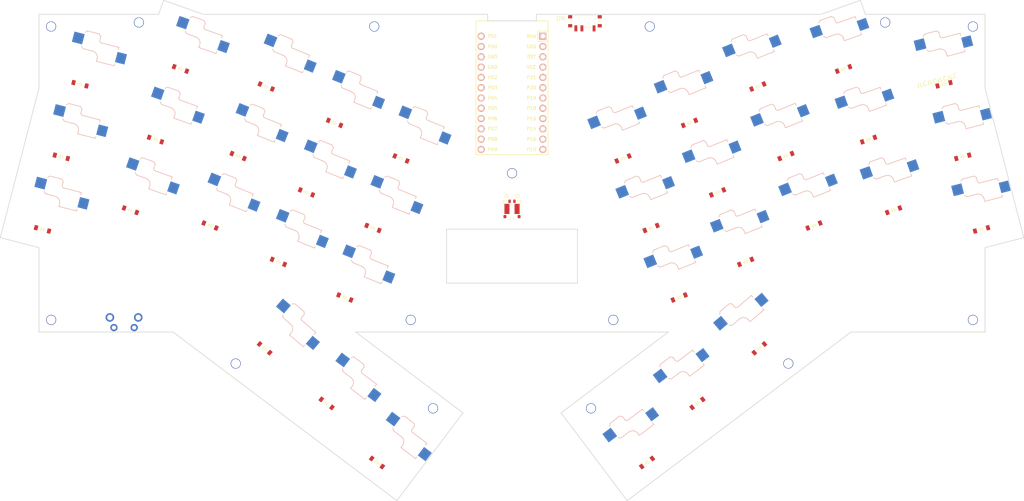
<source format=kicad_pcb>
(kicad_pcb (version 20240108) (generator "pcbnew") (generator_version "8.0")
  (title_block (title "Alias") (rev "v1.0.0") (company "Unknown"))
  (layers (0 "F.Cu" signal) (31 "B.Cu" signal) (34 "B.Paste" user) (35 "F.Paste" user) (36 "B.SilkS" user "B.Silkscreen") (37 "F.SilkS" user "F.Silkscreen") (38 "B.Mask" user) (39 "F.Mask" user) (44 "Edge.Cuts" user))
  (net 0 "")
  (net 1 "RAW")
  (net 2 "GND")
  (net 3 "RST")
  (net 4 "VCC")
  (net 5 "R0")
  (net 6 "R1")
  (net 7 "R2")
  (net 8 "R3")
  (net 9 "R4")
  (net 10 "R5")
  (net 11 "R6")
  (net 12 "R7")
  (net 13 "P1")
  (net 14 "P0")
  (net 15 "C0")
  (net 16 "C1")
  (net 17 "C2")
  (net 18 "C3")
  (net 19 "C4")
  (net 20 "P7")
  (net 21 "P8")
  (net 22 "P9")
  (net 23 "pinky_bottom")
  (net 24 "pinky_home")
  (net 25 "pinky_top")
  (net 26 "ring_bottom")
  (net 27 "ring_home")
  (net 28 "ring_top")
  (net 29 "middle_bottom")
  (net 30 "middle_home")
  (net 31 "middle_top")
  (net 32 "index_bottom")
  (net 33 "index_home")
  (net 34 "index_top")
  (net 35 "inner_bottom")
  (net 36 "inner_home")
  (net 37 "inner_top")
  (net 38 "mirror_pinky_bottom")
  (net 39 "mirror_pinky_home")
  (net 40 "mirror_pinky_top")
  (net 41 "mirror_ring_bottom")
  (net 42 "mirror_ring_home")
  (net 43 "mirror_ring_top")
  (net 44 "mirror_middle_bottom")
  (net 45 "mirror_middle_home")
  (net 46 "mirror_middle_top")
  (net 47 "mirror_index_bottom")
  (net 48 "mirror_index_home")
  (net 49 "mirror_index_top")
  (net 50 "mirror_inner_bottom")
  (net 51 "mirror_inner_home")
  (net 52 "mirror_inner_top")
  (net 53 "flexion_cluster")
  (net 54 "base_cluster")
  (net 55 "extension_cluster")
  (net 56 "mirror_flexion_cluster")
  (net 57 "mirror_base_cluster")
  (net 58 "mirror_extension_cluster")
  (net 59 "BAT_P")
  (footprint "mounting_hole" (layer "F.Cu") (at 239.626054 127.175052)
    (property "Reference" "H11" (hide yes))
    (property "Value" "")
    (pad "" thru_hole circle (at 0 0 180) (size 2.46 2.46) (drill 2.2) (layers "*.Cu" "*.Mask"))
  )
  (footprint "ComboDiode" (layer "F.Cu") (at 156.965531 112.858667 -22)
    (property "Reference" "D10" (hide yes))
    (property "Value" "")
    (pad "1" smd rect (at -1.65 0 338) (size 0.9 1.2) (layers "F.Cu" "F.Paste" "F.Mask") (net 7 "R2"))
    (pad "2" smd rect (at 1.65 0 338) (size 0.9 1.2) (layers "F.Cu" "F.Paste" "F.Mask") (net 32 "index_bottom"))
  )
  (footprint "conn_molex_pico_ezmate_1x02" (layer "F.Cu") (at 214.626054 99.789052)
    (property "Reference" "CONN1" (hide yes))
    (property "Value" "")
    (pad "1" smd roundrect (at -0.6 -1.875) (size 0.6 0.85) (layers "F.Cu" "F.Paste" "F.Mask") (net 59 "BAT_P"))
    (pad "2" smd roundrect (at 0.6 -1.875) (size 0.6 0.85) (layers "F.Cu" "F.Paste" "F.Mask") (net 2 "GND"))
    (pad "MP" smd roundrect (at -1.75 1.9) (size 0.7 0.8) (layers "F.Cu" "F.Paste" "F.Mask"))
    (pad "MP" smd roundrect (at 1.75 1.9) (size 0.7 0.8) (layers "F.Cu" "F.Paste" "F.Mask"))
  )
  (footprint "mounting_hole" (layer "F.Cu") (at 214.626054 90.969052)
    (property "Reference" "H7" (hide yes))
    (property "Value" "")
    (pad "" thru_hole circle (at 0 0 180) (size 2.46 2.46) (drill 2.2) (layers "*.Cu" "*.Mask"))
  )
  (footprint "mounting_hole" (layer "F.Cu") (at 328.376054 127.175052)
    (property "Reference" "H6" (hide yes))
    (property "Value" "")
    (pad "" thru_hole circle (at 0 0 180) (size 2.46 2.46) (drill 2.2) (layers "*.Cu" "*.Mask"))
  )
  (footprint "ComboDiode" (layer "F.Cu") (at 265.356354 95.705766 22)
    (property "Reference" "D26" (hide yes))
    (property "Value" "")
    (pad "1" smd rect (at -1.65 0 22) (size 0.9 1.2) (layers "F.Cu" "F.Paste" "F.Mask") (net 10 "R5"))
    (pad "2" smd rect (at 1.65 0 22) (size 0.9 1.2) (layers "F.Cu" "F.Paste" "F.Mask") (net 48 "mirror_index_home"))
  )
  (footprint "ComboDiode" (layer "F.Cu") (at 275.672752 134.20354 40.5)
    (property "Reference" "D34" (hide yes))
    (property "Value" "")
    (pad "1" smd rect (at -1.65 0 40.5) (size 0.9 1.2) (layers "F.Cu" "F.Paste" "F.Mask") (net 12 "R7"))
    (pad "2" smd rect (at 1.65 0 40.5) (size 0.9 1.2) (layers "F.Cu" "F.Paste" "F.Mask") (net 56 "mirror_flexion_cluster"))
  )
  (footprint "mounting_hole" (layer "F.Cu") (at 100.876054 54.769052)
    (property "Reference" "H2" (hide yes))
    (property "Value" "")
    (pad "" thru_hole circle (at 0 0 180) (size 2.46 2.46) (drill 2.2) (layers "*.Cu" "*.Mask"))
  )
  (footprint "ComboDiode" (layer "F.Cu") (at 173.369219 121.643257 -22)
    (property "Reference" "D13" (hide yes))
    (property "Value" "")
    (pad "1" smd rect (at -1.65 0 338) (size 0.9 1.2) (layers "F.Cu" "F.Paste" "F.Mask") (net 7 "R2"))
    (pad "2" smd rect (at 1.65 0 338) (size 0.9 1.2) (layers "F.Cu" "F.Paste" "F.Mask") (net 35 "inner_bottom"))
  )
  (footprint "power_switch" (layer "F.Cu") (at 232.626054 53.494252 90)
    (property "Reference" "SW1" (hide yes))
    (property "Value" "")
    (pad "" smd rect (at -1.085 -3.65 180) (size 1 0.8) (layers "F.Cu" "F.Paste" "F.Mask"))
    (pad "" smd rect (at -1.085 3.65 180) (size 1 0.8) (layers "F.Cu" "F.Paste" "F.Mask"))
    (pad "" np_thru_hole circle (at 0.025 -1.5 180) (size 0.9 0.9) (drill 0.9) (layers "*.Cu" "*.Mask"))
    (pad "" np_thru_hole circle (at 0.025 1.5 180) (size 0.9 0.9) (drill 0.9) (layers "*.Cu" "*.Mask"))
    (pad "" smd rect (at 1.125 -3.65 180) (size 1 0.8) (layers "F.Cu" "F.Paste" "F.Mask"))
    (pad "" smd rect (at 1.125 3.65 180) (size 1 0.8) (layers "F.Cu" "F.Paste" "F.Mask"))
    (pad "1" smd rect (at -1.735 2.25 180) (size 0.7 1.5) (layers "F.Cu" "F.Paste" "F.Mask"))
    (pad "2" smd rect (at -1.735 -0.75 180) (size 0.7 1.5) (layers "F.Cu" "F.Paste" "F.Mask") (net 1 "RAW"))
    (pad "3" smd rect (at -1.735 -2.25 180) (size 0.7 1.5) (layers "F.Cu" "F.Paste" "F.Mask") (net 59 "BAT_P"))
  )
  (footprint "ComboDiode" (layer "F.Cu") (at 296.453254 65.238114 19.5)
    (property "Reference" "D21" (hide yes))
    (property "Value" "")
    (pad "1" smd rect (at -1.649999 0 19.5) (size 0.9 1.2) (layers "F.Cu" "F.Paste" "F.Mask") (net 9 "R4"))
    (pad "2" smd rect (at 1.649999 0 19.5) (size 0.9 1.2) (layers "F.Cu" "F.Paste" "F.Mask") (net 43 "mirror_ring_top"))
  )
  (footprint "mounting_hole" (layer "F.Cu") (at 189.626054 127.175052)
    (property "Reference" "H10" (hide yes))
    (property "Value" "")
    (pad "" thru_hole circle (at 0 0 180) (size 2.46 2.46) (drill 2.2) (layers "*.Cu" "*.Mask"))
  )
  (footprint "SKHLLCA010" (layer "F.Cu") (at 118.876054 127.825552 180)
    (property "Reference" "S37" (hide yes))
    (property "Value" "SKHLLCA010")
    (pad "1" thru_hole circle (at 2.5 -1.25 180) (size 1.8 1.8) (drill 1) (layers "*.Cu" "B.Mask") (net 3 "RST"))
    (pad "2" thru_hole circle (at -2.5 -1.25 180) (size 1.8 1.8) (drill 1) (layers "*.Cu" "B.Mask") (net 2 "GND"))
    (pad "MP" thru_hole circle (at -3.5 1.25 180) (size 2.1 2.1) (drill 1.3) (layers "*.Cu" "*.Mask"))
    (pad "MP" thru_hole circle (at 3.5 1.25 180) (size 2.1 2.1) (drill 1.3) (layers "*.Cu" "*.Mask"))
  )
  (footprint "ComboDiode" (layer "F.Cu") (at 255.882888 121.643257 22)
    (property "Reference" "D28" (hide yes))
    (property "Value" "")
    (pad "1" smd rect (at -1.65 0 22) (size 0.9 1.2) (layers "F.Cu" "F.Paste" "F.Mask") (net 11 "R6"))
    (pad "2" smd rect (at 1.65 0 22) (size 0.9 1.2) (layers "F.Cu" "F.Paste" "F.Mask") (net 50 "mirror_inner_bottom"))
  )
  (footprint "ComboDiode" (layer "F.Cu") (at 103.38013 86.930007 -14.5)
    (property "Reference" "D2" (hide yes))
    (property "Value" "")
    (pad "1" smd rect (at -1.65 0 345.5) (size 0.9 1.2) (layers "F.Cu" "F.Paste" "F.Mask") (net 6 "R1"))
    (pad "2" smd rect (at 1.65 0 345.5) (size 0.9 1.2) (layers "F.Cu" "F.Paste" "F.Mask") (net 24 "pinky_home"))
  )
  (footprint "ComboDiode" (layer "F.Cu") (at 187.229663 87.337454 -22)
    (property "Reference" "D15" (hide yes))
    (property "Value" "")
    (pad "1" smd rect (at -1.65 0 338) (size 0.9 1.2) (layers "F.Cu" "F.Paste" "F.Mask") (net 5 "R0"))
    (pad "2" smd rect (at 1.65 0 338) (size 0.9 1.2) (layers "F.Cu" "F.Paste" "F.Mask") (net 37 "inner_top"))
  )
  (footprint "ComboDiode" (layer "F.Cu") (at 302.628681 82.676982 19.5)
    (property "Reference" "D20" (hide yes))
    (property "Value" "")
    (pad "1" smd rect (at -1.649999 0 19.5) (size 0.9 1.2) (layers "F.Cu" "F.Paste" "F.Mask") (net 10 "R5"))
    (pad "2" smd rect (at 1.649999 0 19.5) (size 0.9 1.2) (layers "F.Cu" "F.Paste" "F.Mask") (net 42 "mirror_ring_home"))
  )
  (footprint "ComboDiode" (layer "F.Cu") (at 98.7481 104.840738 -14.5)
    (property "Reference" "D1" (hide yes))
    (property "Value" "")
    (pad "1" smd rect (at -1.65 0 345.5) (size 0.9 1.2) (layers "F.Cu" "F.Paste" "F.Mask") (net 7 "R2"))
    (pad "2" smd rect (at 1.65 0 345.5) (size 0.9 1.2) (layers "F.Cu" "F.Paste" "F.Mask") (net 23 "pinky_bottom"))
  )
  (footprint "ComboDiode" (layer "F.Cu") (at 120.447999 100.11585 -19.5)
    (property "Reference" "D4" (hide yes))
    (property "Value" "")
    (pad "1" smd rect (at -1.649999 0 340.5) (size 0.9 1.2) (layers "F.Cu" "F.Paste" "F.Mask") (net 7 "R2"))
    (pad "2" smd rect (at 1.649999 0 340.5) (size 0.9 1.2) (layers "F.Cu" "F.Paste" "F.Mask") (net 26 "ring_bottom"))
  )
  (footprint "ComboDiode" (layer "F.Cu") (at 108.01216 69.019276 -14.5)
    (property "Reference" "D3" (hide yes))
    (property "Value" "")
    (pad "1" smd rect (at -1.65 0 345.5) (size 0.9 1.2) (layers "F.Cu" "F.Paste" "F.Mask") (net 5 "R0"))
    (pad "2" smd rect (at 1.65 0 345.5) (size 0.9 1.2) (layers "F.Cu" "F.Paste" "F.Mask") (net 25 "pinky_top"))
  )
  (footprint "mounting_hole" (layer "F.Cu") (at 248.626054 54.769052)
    (property "Reference" "H9" (hide yes))
    (property "Value" "")
    (pad "" thru_hole circle (at 0 0 180) (size 2.46 2.46) (drill 2.2) (layers "*.Cu" "*.Mask"))
  )
  (footprint "ComboDiode" (layer "F.Cu") (at 282.223634 86.733873 22)
    (property "Reference" "D23" (hide yes))
    (property "Value" "")
    (pad "1" smd rect (at -1.65 0 22) (size 0.9 1.2) (layers "F.Cu" "F.Paste" "F.Mask") (net 10 "R5"))
    (pad "2" smd rect (at 1.65 0 22) (size 0.9 1.2) (layers "F.Cu" "F.Paste" "F.Mask") (net 45 "mirror_middle_home"))
  )
  (footprint "mounting_hole" (layer "F.Cu") (at 328.376054 54.769052)
    (property "Reference" "H3" (hide yes))
    (property "Value" "")
    (pad "" thru_hole circle (at 0 0 180) (size 2.46 2.46) (drill 2.2) (layers "*.Cu" "*.Mask"))
  )
  (footprint "mounting_hole" (layer "F.Cu") (at 234.117739 149.00861 -37)
    (property "Reference" "H15" (hide yes))
    (property "Value" "")
    (pad "" thru_hole circle (at 0 0 180) (size 2.46 2.46) (drill 2.2) (layers "*.Cu" "*.Mask"))
  )
  (footprint "mounting_hole" (layer "F.Cu") (at 146.427277 137.958241 -40.5)
    (property "Reference" "H12" (hide yes))
    (property "Value" "")
    (pad "" thru_hole circle (at 0 0 180) (size 2.46 2.46) (drill 2.2) (layers "*.Cu" "*.Mask"))
  )
  (footprint "ComboDiode" (layer "F.Cu") (at 275.293412 69.580972 22)
    (property "Reference" "D24" (hide yes))
    (property "Value" "")
    (pad "1" smd rect (at -1.65 0 22) (size 0.9 1.2) (layers "F.Cu" "F.Paste" "F.Mask") (net 9 "R4"))
    (pad "2" smd rect (at 1.65 0 22) (size 0.9 1.2) (layers "F.Cu" "F.Paste" "F.Mask") (net 46 "mirror_middle_top"))
  )
  (footprint "ComboDiode" (layer "F.Cu") (at 181.303976 162.377239 -37)
    (property "Reference" "D33" (hide yes))
    (property "Value" "")
    (pad "1" smd rect (at -1.65 0 323) (size 0.9 1.2) (layers "F.Cu" "F.Paste" "F.Mask") (net 8 "R3"))
    (pad "2" smd rect (at 1.65 0 323) (size 0.9 1.2) (layers "F.Cu" "F.Paste" "F.Mask") (net 55 "extension_cluster"))
  )
  (footprint "ComboDiode" (layer "F.Cu") (at 153.958695 69.580972 -22)
    (property "Reference" "D9" (hide yes))
    (property "Value" "")
    (pad "1" smd rect (at -1.65 0 338) (size 0.9 1.2) (layers "F.Cu" "F.Paste" "F.Mask") (net 5 "R0"))
    (pad "2" smd rect (at 1.65 0 338) (size 0.9 1.2) (layers "F.Cu" "F.Paste" "F.Mask") (net 31 "middle_top"))
  )
  (footprint "ComboDiode" (layer "F.Cu") (at 170.825975 78.552865 -22)
    (property "Reference" "D12" (hide yes))
    (property "Value" "")
    (pad "1" smd rect (at -1.65 0 338) (size 0.9 1.2) (layers "F.Cu" "F.Paste" "F.Mask") (net 5 "R0"))
    (pad "2" smd rect (at 1.65 0 338) (size 0.9 1.2) (layers "F.Cu" "F.Paste" "F.Mask") (net 34 "index_top"))
  )
  (footprint "ComboDiode" (layer "F.Cu") (at 247.948131 162.377239 37)
    (property "Reference" "D36" (hide yes))
    (property "Value" "")
    (pad "1" smd rect (at -1.65 0 37) (size 0.9 1.2) (layers "F.Cu" "F.Paste" "F.Mask") (net 12 "R7"))
    (pad "2" smd rect (at 1.65 0 37) (size 0.9 1.2) (layers "F.Cu" "F.Paste" "F.Mask") (net 58 "mirror_extension_cluster"))
  )
  (footprint "ComboDiode" (layer "F.Cu") (at 140.098251 103.886774 -22)
    (property "Reference" "D7" (hide yes))
    (property "Value" "")
    (pad "1" smd rect (at -1.65 0 338) (size 0.9 1.2) (layers "F.Cu" "F.Paste" "F.Mask") (net 7 "R2"))
    (pad "2" smd rect (at 1.65 0 338) (size 0.9 1.2) (layers "F.Cu" "F.Paste" "F.Mask") (net 29 "middle_bottom"))
  )
  (footprint "ComboDiode" (layer "F.Cu") (at 163.895753 95.705766 -22)
    (property "Reference" "D11" (hide yes))
    (property "Value" "")
    (pad "1" smd rect (at -1.65 0 338) (size 0.9 1.2) (layers "F.Cu" "F.Paste" "F.Mask") (net 6 "R1"))
    (pad "2" smd rect (at 1.65 0 338) (size 0.9 1.2) (layers "F.Cu" "F.Paste" "F.Mask") (net 33 "index_home"))
  )
  (footprint "ComboDiode" (layer "F.Cu") (at 180.299441 104.490356 -22)
    (property "Reference" "D14" (hide yes))
    (property "Value" "")
    (pad "1" smd rect (at -1.65 0 338) (size 0.9 1.2) (layers "F.Cu" "F.Paste" "F.Mask") (net 6 "R1"))
    (pad "2" smd rect (at 1.65 0 338) (size 0.9 1.2) (layers "F.Cu" "F.Paste" "F.Mask") (net 36 "inner_home"))
  )
  (footprint "ComboDiode" (layer "F.Cu") (at 258.426132 78.552865 22)
    (property "Reference" "D27" (hide yes))
    (property "Value" "")
    (pad "1" smd rect (at -1.65 0 22) (size 0.9 1.2) (layers "F.Cu" "F.Paste" "F.Mask") (net 9 "R4"))
    (pad "2" smd rect (at 1.65 0 22) (size 0.9 1.2) (layers "F.Cu" "F.Paste" "F.Mask") (net 49 "mirror_index_top"))
  )
  (footprint "ComboDiode" (layer "F.Cu") (at 272.286576 112.858667 22)
    (property "Reference" "D25" (hide yes))
    (property "Value" "")
    (pad "1" smd rect (at -1.65 0 22) (size 0.9 1.2) (layers "F.Cu" "F.Paste" "F.Mask") (net 11 "R6"))
    (pad "2" smd rect (at 1.65 0 22) (size 0.9 1.2) (layers "F.Cu" "F.Paste" "F.Mask") (net 47 "mirror_index_bottom"))
  )
  (footprint "ComboDiode" (layer "F.Cu") (at 321.239947 69.019276 14.5)
    (property "Reference" "D18" (hide yes))
    (property "Value" "")
    (pad "1" smd rect (at -1.65 0 14.5) (size 0.9 1.2) (layers "F.Cu" "F.Paste" "F.Mask") (net 9 "R4"))
    (pad "2" smd rect (at 1.65 0 14.5) (size 0.9 1.2) (layers "F.Cu" "F.Paste" "F.Mask") (net 40 "mirror_pinky_top"))
  )
  (footprint "ProMicro" (layer "F.Cu") (at 214.626054 71.141052 -90)
    (property "Reference" "MCU1" (hide yes))
    (property "Value" "" (hide yes))
    (fp_text user "P00" (at -11.43 4.8 0) (layer "F.SilkS") (effects (font (size 0.8 0.8))))
    (fp_text user "P15" (at 6.35 -4.8 0) (layer "F.SilkS") (effects (font (size 0.8 0.8))))
    (fp_text user "P06" (at 6.35 4.8 0) (layer "F.SilkS") (effects (font (size 0.8 0.8))))
    (fp_text user "P21" (at -3.81 -4.8 0) (layer "F.SilkS") (effects (font (size 0.8 0.8))))
    (fp_text user "P08" (at 11.43 4.8 0) (layer "F.SilkS") (effects (font (size 0.8 0.8))))
    (fp_text user "P16" (at 11.43 -4.8 0) (layer "F.SilkS") (effects (font (size 0.8 0.8))))
    (fp_text user "GND" (at -6.35 4.8 0) (layer "F.SilkS") (effects (font (size 0.8 0.8))))
    (fp_text user "P14" (at 8.89 -4.8 0) (layer "F.SilkS") (effects (font (size 0.8 0.8))))
    (fp_text user "P18" (at 3.81 -4.8 0) (layer "F.SilkS") (effects (font (size 0.8 0.8))))
    (fp_text user "GND" (at -8.89 4.8 0) (layer "F.SilkS") (effects (font (size 0.8 0.8))))
    (fp_text user "P10" (at 13.97 -4.8 0) (layer "F.SilkS") (effects (font (size 0.8 0.8))))
    (fp_text user "P07" (at 8.89 4.8 0) (layer "F.SilkS") (effects (font (size 0.8 0.8))))
    (fp_text user "P03" (at -1.27 4.8 0) (layer "F.SilkS") (effects (font (size 0.8 0.8))))
    (fp_text user "RAW" (at -13.97 -4.8 0) (layer "F.SilkS") (effects (font (size 0.8 0.8))))
    (fp_text user "P02" (at -3.81 4.8 0) (layer "F.SilkS") (effects (font (size 0.8 0.8))))
    (fp_text user "P05" (at 3.81 4.8 0) (layer "F.SilkS") (effects (font (size 0.8 0.8))))
    (fp_text user "P01" (at -13.97 4.8 0) (layer "F.SilkS") (effects (font (size 0.8 0.8))))
    (fp_text user "P20" (at -1.27 -4.8 0) (layer "F.SilkS") (effects (font (size 0.8 0.8))))
    (fp_text user "P09" (at 13.97 4.8 0) (layer "F.SilkS") (effects (font (size 0.8 0.8))))
    (fp_text user "GND" (at -11.43 -4.8 0) (layer "F.SilkS") (effects (font (size 0.8 0.8))))
    (fp_text user "RST" (at -8.89 -4.8 0) (layer "F.SilkS") (effects (font (size 0.8 0.8))))
    (fp_text user "P19" (at 1.27 -4.8 0) (layer "F.SilkS") (effects (font (size 0.8 0.8))))
    (fp_text user "VCC" (at -6.35 -4.8 0) (layer "F.SilkS") (effects (font (size 0.8 0.8))))
    (fp_text user "P04" (at 1.27 4.8 0) (layer "F.SilkS") (effects (font (size 0.8 0.8))))
    (pad "1" thru_hole rect (at -13.97 -7.62 270) (size 1.7526 1.7526) (drill 1.0922) (layers "*.Cu" "*.SilkS" "*.Mask") (net 1 "RAW"))
    (pad "2" thru_hole circle (at -11.43 -7.62) (size 1.7526 1.7526) (drill 1.0922) (layers "*.Cu" "*.SilkS" "*.Mask") (net 2 "GND"))
    (pad "3" thru_hole circle (at -8.89 -7.62) (size 1.7526 1.7526) (drill 1.0922) (layers "*.Cu" "*.SilkS" "*.Mask") (net 3 "RST"))
    (pad "4" thru_hole circle (at -6.35 -7.62) (size 1.7526 1.7526) (drill 1.0922) (layers "*.Cu" "*.SilkS" "*.Mask") (net 4 "VCC"))
    (pad "5" thru_hole circle (at -3.81 -7.62) (size 1.7526 1.7526) (drill 1.0922) (layers "*.Cu" "*.SilkS" "*.Mask") (net 5 "R0"))
    (pad "6" thru_hole circle (at -1.27 -7.62) (size 1.7526 1.7526) (drill 1.0922) (layers "*.Cu" "*.SilkS" "*.Mask") (net 6 "R1"))
    (pad "7" thru_hole circle (at 1.27 -7.62) (size 1.7526 1.7526) (drill 1.0922) (layers "*.Cu" "*.SilkS" "*.Mask") (net 7 "R2"))
    (pad "8" thru_hole circle (at 3.81 -7.62) (size 1.7526 1.7526) (drill 1.0922) (layers "*.Cu" "*.SilkS" "*.Mask") (net 8 "R3"))
    (pad "9" thru_hole circle (at 6.35 -7.62) (size 1.7526 1.7526) (drill 1.0922) (layers "*.Cu" "*.SilkS" "*.Mask") (net 9 "R4"))
    (pad "10" thru_hole circle (at 8.89 -7.62) (size 1.7526 1.7526) (drill 1.0922) (layers "*.Cu" "*.SilkS" "*.Mask") (net 10 "R5"))
    (pad "11" thru_hole circle (at 11.43 -7.62) (size 1.7526 1.7526) (drill 1.0922) (layers "*.Cu" "*.SilkS" "*.Mask") (net 11 "R6"))
    (pad "12" thru_hole circle (at 13.97 -7.62) (size 1.7526 1.7526) (drill 1.0922) (layers "*.Cu" "*.SilkS" "*.Mask") (net 12 "R7"))
    (pad "13" thru_hole circle (at -13.97 7.62) (size 1.7526 1.7526) (drill 1.0922) (layers "*.Cu" "*.SilkS" "*.Mask") (net 13 "P1"))
    (pad "14" thru_hole circle (at -11.43 7.62) (size 1.7526 1.7526) (drill 1.0922) (layers "*.Cu" "*.SilkS" "*.Mask") (net 14 "P0"))
    (pad "15" thru_hole circle (at -8.89 7.62) (size 1.7526 1.7526) (drill 1.0922) (layers "*.Cu" "*.SilkS" "*.Mask") (net 2 "GND"))
    (pad "16" thru_hole circle (at -6.35 7.62) (size 1.7526 1.7526) (drill 1.0922) (layers "*.Cu" "*.SilkS" "*.Mask") (net 2 "GND"))
    (pad "17" thru_hole circle (at -3.81 7.62) (size 1.7526 1.7526) (drill 1.0922) (layers "*.Cu" "*.SilkS" "*.Mask") (net 15 "C0"))
    (pad "18" thru_hole circle (at -1.27 7.62) (size 1.7526 1.7526) (drill 1.0922) (layers "*.Cu" "*.SilkS" "*.Mask") (net 16 "C1"))
    (pad "19" thru_hole circle (at 1.27 7.62) (size 1.7526 1.7526) (drill 1.0922) (layers "*.Cu" "*.SilkS" "*.Mask") (net 17 "C2"))
    (pad "20" thru_hole circle (at 3.81 7.62) (size 1.7526 1.7526) (drill 1.0922) (layers "*.Cu" "*.SilkS" "*.Mask") (net 18 "C3"))
    (pad "21" thru_hole circle (at 6.35 7.62) (size 1.7526 1.7526) (drill 1.0922) (layers "*.Cu" "*.SilkS" "*.Mask") (net 19 "C4"))
    (pad "22" thru_hole circle (at 8.89 7.62) (size 1.7526 1.7526) (drill 1.0922) (layers "*.Cu" "*.SilkS" "*.Mask") (net 20 "P7"))
    (pad "23" thru_hole circle (at 11.43 7.62) (size 1.7526 1.7526) (drill 1.0922) (layers "*.Cu" "*.SilkS" "*.Mask") (net 21 "P8"))
    (pad "24" thru_hole circle (at 13.97 7.62) (size 1.7526 1.7526) (drill 1.0922) (layers "*.Cu" "*.SilkS" "*.Mask") (net 22 "P9"))
  )
  (footprint "ComboDiode" (layer "F.Cu") (at 153.579355 134.20354 -40.5)
    (property "Reference" "D31" (hide yes))
    (property "Value" "")
    (pad "1" smd rect (at -1.65 0 319.5) (size 0.9 1.2) (layers "F.Cu" "F.Paste" "F.Mask") (net 8 "R3"))
    (pad "2" smd rect (at 1.65 0 319.5) (size 0.9 1.2) (layers "F.Cu" "F.Paste" "F.Mask") (net 53 "flexion_cluster"))
  )
  (footprint "mounting_hole" (layer "F.Cu") (at 180.626054 54.769052)
    (property "Reference" "H8" (hide yes))
    (property "Value" "")
    (pad "" thru_hole circle (at 0 0 180) (size 2.46 2.46) (drill 2.2) (layers "*.Cu" "*.Mask"))
  )
  (footprint "ComboDiode" (layer "F.Cu") (at 260.382995 147.780883 37)
    (property "Reference" "D35" (hide yes))
    (property "Value" "")
    (pad "1" smd rect (at -1.65 0 37) (size 0.9 1.2) (layers "F.Cu" "F.Paste" "F.Mask") (net 12 "R7"))
    (pad "2" smd rect (at 1.65 0 37) (size 0.9 1.2) (layers "F.Cu" "F.Paste" "F.Mask") (net 57 "mirror_base_cluster"))
  )
  (footprint "ComboDiode" (layer "F.Cu") (at 289.153856 103.886774 22)
    (property "Reference" "D22" (hide yes))
    (property "Value" "")
    (pad "1" smd rect (at -1.65 0 22) (size 0.9 1.2) (layers "F.Cu" "F.Paste" "F.Mask") (net 11 "R6"))
    (pad "2" smd rect (at 1.65 0 22) (size 0.9 1.2) (layers "F.Cu" "F.Paste" "F.Mask") (net 44 "mirror_middle_bottom"))
  )
  (footprint "ComboDiode" (layer "F.Cu") (at 248.952666 104.490356 22)
    (property "Reference" "D29" (hide yes))
    (property "Value" "")
    (pad "1" smd rect (at -1.65 0 22) (size 0.9 1.2) (layers "F.Cu" "F.Paste" "F.Mask") (net 10 "R5"))
    (pad "2" smd rect (at 1.65 0 22) (size 0.9 1.2) (layers "F.Cu" "F.Paste" "F.Mask") (net 51 "mirror_inner_home"))
  )
  (footprint "mounting_hole" (layer "F.Cu") (at 282.82483 137.958241 -40.5)
    (property "Reference" "H13" (hide yes))
    (property "Value" "")
    (pad "" thru_hole circle (at 0 0 180) (size 2.46 2.46) (drill 2.2) (layers "*.Cu" "*.Mask"))
  )
  (footprint "ComboDiode" (layer "F.Cu") (at 168.869112 147.780883 -37)
    (property "Reference" "D32" (hide yes))
    (property "Value" "")
    (pad "1" smd rect (at -1.65 0 323) (size 0.9 1.2) (layers "F.Cu" "F.Paste" "F.Mask") (net 8 "R3"))
    (pad "2" smd rect (at 1.65 0 323) (size 0.9 1.2) (layers "F.Cu" "F.Paste" "F.Mask") (net 54 "base_cluster"))
  )
  (footprint "ComboDiode" (layer "F.Cu") (at 325.871977 86.930007 14.5)
    (property "Reference" "D17" (hide yes))
    (property "Value" "")
    (pad "1" smd rect (at -1.65 0 14.5) (size 0.9 1.2) (layers "F.Cu" "F.Paste" "F.Mask") (net 10 "R5"))
    (pad "2" smd rect (at 1.65 0 14.5) (size 0.9 1.2) (layers "F.Cu" "F.Paste" "F.Mask") (net 39 "mirror_pinky_home"))
  )
  (footprint "ComboDiode" (layer "F.Cu") (at 308.804108 100.11585 19.5)
    (property "Reference" "D19" (hide yes))
    (property "Value" "")
    (pad "1" smd rect (at -1.649999 0 19.5) (size 0.9 1.2) (layers "F.Cu" "F.Paste" "F.Mask") (net 11 "R6"))
    (pad "2" smd rect (at 1.649999 0 19.5) (size 0.9 1.2) (layers "F.Cu" "F.Paste" "F.Mask") (net 41 "mirror_ring_bottom"))
  )
  (footprint "mounting_hole" (layer "F.Cu") (at 306.726054 53.769052)
    (property "Reference" "H4" (hide yes))
    (property "Value" "")
    (pad "" thru_hole circle (at 0 0 180) (size 2.46 2.46) (drill 2.2) (layers "*.Cu" "*.Mask"))
  )
  (footprint "mounting_hole" (layer "F.Cu") (at 100.876054 127.175052)
    (property "Reference" "H5" (hide yes))
    (property "Value" "")
    (pad "" thru_hole circle (at 0 0 180) (size 2.46 2.46) (drill 2.2) (layers "*.Cu" "*.Mask"))
  )
  (footprint "ComboDiode" (layer "F.Cu") (at 126.623426 82.676982 -19.5)
    (property "Reference" "D5" (hide yes))
    (property "Value" "")
    (pad "1" smd rect (at -1.649999 0 340.5) (size 0.9 1.2) (layers "F.Cu" "F.Paste" "F.Mask") (net 6 "R1"))
    (pad "2" smd rect (at 1.649999 0 340.5) (size 0.9 1.2) (layers "F.Cu" "F.Paste" "F.Mask") (net 27 "ring_home"))
  )
  (footprint "ComboDiode" (layer "F.Cu") (at 147.028473 86.733873 -22)
    (property "Reference" "D8" (hide yes))
    (property "Value" "")
    (pad "1" smd rect (at -1.65 0 338) (size 0.9 1.2) (layers "F.Cu" "F.Paste" "F.Mask") (net 6 "R1"))
    (pad "2" smd rect (at 1.65 0 338) (size 0.9 1.2) (layers "F.Cu" "F.Paste" "F.Mask") (net 30 "middle_home"))
  )
  (footprint "mounting_hole" (layer "F.Cu") (at 195.134368 149.00861 -37)
    (property "Reference" "H14" (hide yes))
    (property "Value" "")
    (pad "" thru_hole circle (at 0 0 180) (size 2.46 2.46) (drill 2.2) (layers "*.Cu" "*.Mask"))
  )
  (footprint "mounting_hole" (layer "F.Cu") (at 122.526054 53.769052)
    (property "Reference" "H1" (hide yes))
    (property "Value" "")
    (pad "" thru_hole circle (at 0 0 180) (size 2.46 2.46) (drill 2.2) (layers "*.Cu" "*.Mask"))
  )
  (footprint "ComboDiode" (layer "F.Cu") (at 242.022444 87.337454 22)
    (property "Reference" "D30" (hide yes))
    (property "Value" "")
    (pad "1" smd rect (at -1.65 0 22) (size 0.9 1.2) (layers "F.Cu" "F.Paste" "F.Mask") (net 9 "R4"))
    (pad "2" smd rect (at 1.65 0 22) (size 0.9 1.2) (layers "F.Cu" "F.Paste" "F.Mask") (net 52 "mirror_inner_top"))
  )
  (footprint "icon_bat" (layer "F.Cu") (at 214.626054 96.589052)
    (property "Reference" "ICON1" (hide yes))
    (property "Value" "")
  )
  (footprint "ComboDiode" (layer "F.Cu") (at 132.798853 65.238114 -19.5)
    (property "Reference" "D6" (hide yes))
    (property "Value" "")
    (pad "1" smd rect (at -1.649999 0 340.5) (size 0.9 1.2) (layers "F.Cu" "F.Paste" "F.Mask") (net 5 "R0"))
    (pad "2" smd rect (at 1.649999 0 340.5) (size 0.9 1.2) (layers "F.Cu" "F.Paste" "F.Mask") (net 28 "ring_top"))
  )
  (footprint "pads" (layer "F.Cu") (at 214.626054 99.789052)
    (property "Reference" "PAD1" (hide yes))
    (property "Value" "")
    (pad "1" smd rect (at -1.25 0) (size 1.25 2.5) (layers "F.Cu" "F.Paste" "F.Mask") (net 59 "BAT_P"))
    (pad "2" smd rect (at 1.25 0) (size 1.25 2.5) (layers "F.Cu" "F.Paste" "F.Mask") (net 2 "GND"))
  )
  (footprint "ComboDiode" (layer "F.Cu") (at 330.504007 104.840738 14.5)
    (property "Reference" "D16" (hide yes))
    (property "Value" "")
    (pad "1" smd rect (at -1.65 0 14.5) (size 0.9 1.2) (layers "F.Cu" "F.Paste" "F.Mask") (net 11 "R6"))
    (pad "2" smd rect (at 1.65 0 14.5) (size 0.9 1.2) (layers "F.Cu" "F.Paste" "F.Mask") (net 38 "mirror_pinky_bottom"))
  )
  (footprint "ceoloide:switch_choc_v1_v2" (layer "B.Cu") (at 300.959647 77.963775 19.5)
    (property "Reference" "S20" (hide yes))
    (property "Value" "")
    (pad "" np_thru_hole circle (at -5.5 0 19.5) (size 1.9 1.9) (drill 1.9) (layers "*.Cu"))
    (pad "" np_thru_hole circle (at -5 5.15 19.5) (size 1.6 1.6) (drill 1.6) (layers "*.Cu" "*.Mask"))
    (pad "" np_thru_hole circle (at 0 -5.95 19.5) (size 3 3) (drill 3) (layers "*.Cu" "*.Mask"))
    (pad "" np_thru_hole circle (at 0 0 19.5) (size 5 5) (drill 5) (layers "*.Cu"))
    (pad "" np_thru_hole circle (at 5 -3.75 214.5) (size 3 3) (drill 3) (layers "*.Cu" "*.Mask"))
    (pad "" np_thru_hole circle (at 5.5 0 19.5) (size 1.9 1.9) (drill 1.9) (layers "*.Cu"))
    (pad "1" smd rect (at -3.275 -5.95 19.5) (size 2.6 2.6) (layers "B.Cu" "B.Paste" "B.Mask") (net 16 "C1"))
    (pad "2" smd rect (at 8.175 -3.75 19.5) (size 2.4 2.6) (layers "B.Cu" "B.Paste" "B.Mask") (net 42 "mirror_ring_home"))
  )
  (footprint "ceoloide:switch_choc_v1_v2" (layer "B.Cu") (at 280.350601 82.097954 22)
    (property "Reference" "S23" (hide yes))
    (property "Value" "")
    (pad "" np_thru_hole circle (at -5.5 0 22) (size 1.9 1.9) (drill 1.9) (layers "*.Cu"))
    (pad "" np_thru_hole circle (at -5 5.15 22) (size 1.6 1.6) (drill 1.6) (layers "*.Cu" "*.Mask"))
    (pad "" np_thru_hole circle (at 0 -5.95 22) (size 3 3) (drill 3) (layers "*.Cu" "*.Mask"))
    (pad "" np_thru_hole circle (at 0 0 22) (size 5 5) (drill 5) (layers "*.Cu"))
    (pad "" np_thru_hole circle (at 5 -3.749999 217) (size 3 3) (drill 3) (layers "*.Cu" "*.Mask"))
    (pad "" np_thru_hole circle (at 5.5 0 22) (size 1.9 1.9) (drill 1.9) (layers "*.Cu"))
    (pad "1" smd rect (at -3.275 -5.95 22) (size 2.6 2.6) (layers "B.Cu" "B.Paste" "B.Mask") (net 17 "C2"))
    (pad "2" smd rect (at 8.175 -3.75 22) (size 2.4 2.6) (layers "B.Cu" "B.Paste" "B.Mask") (net 45 "mirror_middle_home"))
  )
  (footprint "ceoloide:switch_choc_v1_v2" (layer "B.Cu") (at 128.29246 77.963775 -19.5)
    (property "Reference" "S5" (hide yes))
    (property "Value" "")
    (pad "" np_thru_hole circle (at -5.5 0 340.5) (size 1.9 1.9) (drill 1.9) (layers "*.Cu"))
    (pad "" np_thru_hole circle (at -5 5.15 340.5) (size 1.6 1.6) (drill 1.6) (layers "*.Cu" "*.Mask"))
    (pad "" np_thru_hole circle (at 0 -5.95 340.5) (size 3 3) (drill 3) (layers "*.Cu" "*.Mask"))
    (pad "" np_thru_hole circle (at 0 0 340.5) (size 5 5) (drill 5) (layers "*.Cu"))
    (pad "" np_thru_hole circle (at 5 -3.75 175.5) (size 3 3) (drill 3) (layers "*.Cu" "*.Mask"))
    (pad "" np_thru_hole circle (at 5.5 0 340.5) (size 1.9 1.9) (drill 1.9) (layers "*.Cu"))
    (pad "1" smd rect (at -3.275 -5.95 340.5) (size 2.6 2.6) (layers "B.Cu" "B.Paste" "B.Mask") (net 16 "C1"))
    (pad "2" smd rect (at 8.175 -3.75 340.5) (size 2.4 2.6) (layers "B.Cu" "B.Paste" "B.Mask") (net 27 "ring_home"))
  )
  (footprint "ceoloide:switch_choc_v1_v2" (layer "B.Cu") (at 171.878187 143.787706 -37)
    (property "Reference" "S32" (hide yes))
    (property "Value" "")
    (pad "" np_thru_hole circle (at -5.5 0 323) (size 1.9 1.9) (drill 1.9) (layers "*.Cu"))
    (pad "" np_thru_hole circle (at -5 5.15 323) (size 1.6 1.6) (drill 1.6) (layers "*.Cu" "*.Mask"))
    (pad "" np_thru_hole circle (at 0 -5.95 323) (size 3 3) (drill 3) (layers "*.Cu" "*.Mask"))
    (pad "" np_thru_hole circle (at 0 0 323) (size 5 5) (drill 5) (layers "*.Cu"))
    (pad "" np_thru_hole circle (at 5 -3.75 158) (size 3 3) (drill 3) (layers "*.Cu" "*.Mask"))
    (pad "" np_thru_hole circle (at 5.5 0 323) (size 1.9 1.9) (drill 1.9) (layers "*.Cu"))
    (pad "1" smd rect (at -3.275 -5.95 323) (size 2.6 2.6) (layers "B.Cu" "B.Paste" "B.Mask") (net 18 "C3"))
    (pad "2" smd rect (at 8.175001 -3.75 323) (size 2.4 2.6) (layers "B.Cu" "B.Paste" "B.Mask") (net 54 "base_cluster"))
  )
  (footprint "ceoloide:switch_choc_v1_v2" (layer "B.Cu") (at 272.425512 130.40151 40.5)
    (property "Reference" "S34" (hide yes))
    (property "Value" "")
    (pad "" np_thru_hole circle (at -5.5 0 40.5) (size 1.9 1.9) (drill 1.9) (layers "*.Cu"))
    (pad "" np_thru_hole circle (at -5 5.15 40.5) (size 1.6 1.6) (drill 1.6) (layers "*.Cu" "*.Mask"))
    (pad "" np_thru_hole circle (at 0 -5.95 40.5) (size 3 3) (drill 3) (layers "*.Cu" "*.Mask"))
    (pad "" np_thru_hole circle (at 0 0 40.5) (size 5 5) (drill 5) (layers "*.Cu"))
    (pad "" np_thru_hole circle (at 5.000001 -3.75 235.5) (size 3 3) (drill 3) (layers "*.Cu" "*.Mask"))
    (pad "" np_thru_hole circle (at 5.5 0 40.5) (size 1.9 1.9) (drill 1.9) (layers "*.Cu"))
    (pad "1" smd rect (at -3.275 -5.95 40.5) (size 2.6 2.6) (layers "B.Cu" "B.Paste" "B.Mask") (net 17 "C2"))
    (pad "2" smd rect (at 8.175 -3.75 40.5) (size 2.4 2.6) (layers "B.Cu" "B.Paste" "B.Mask") (net 56 "mirror_flexion_cluster"))
  )
  (footprint "ceoloide:switch_choc_v1_v2" (layer "B.Cu") (at 257.37392 143.787706 37)
    (property "Reference" "S35" (hide yes))
    (property "Value" "")
    (pad "" np_thru_hole circle (at -5.5 0 37) (size 1.9 1.9) (drill 1.9) (layers "*.Cu"))
    (pad "" np_thru_hole circle (at -5 5.15 37) (size 1.6 1.6) (drill 1.6) (layers "*.Cu" "*.Mask"))
    (pad "" np_thru_hole circle (at 0 -5.95 37) (size 3 3) (drill 3) (layers "*.Cu" "*.Mask"))
    (pad "" np_thru_hole circle (at 0 0 37) (size 5 5) (drill 5) (layers "*.Cu"))
    (pad "" np_thru_hole circle (at 5 -3.75 232) (size 3 3) (drill 3) (layers "*.Cu" "*.Mask"))
    (pad "" np_thru_hole circle (at 5.5 0 37) (size 1.9 1.9) (drill 1.9) (layers "*.Cu"))
    (pad "1" smd rect (at -3.275 -5.95 37) (size 2.6 2.6) (layers "B.Cu" "B.Paste" "B.Mask") (net 18 "C3"))
    (pad "2" smd rect (at 8.175 -3.75 37) (size 2.4 2.6) (layers "B.Cu" "B.Paste" "B.Mask") (net 57 "mirror_base_cluster"))
  )
  (footprint "ceoloide:switch_choc_v1_v2" (layer "B.Cu") (at 256.553099 73.916945 22)
    (property "Reference" "S27" (hide yes))
    (property "Value" "")
    (pad "" np_thru_hole circle (at -5.5 0 22) (size 1.9 1.9) (drill 1.9) (layers "*.Cu"))
    (pad "" np_thru_hole circle (at -5 5.15 22) (size 1.6 1.6) (drill 1.6) (layers "*.Cu" "*.Mask"))
    (pad "" np_thru_hole circle (at 0 -5.95 22) (size 3 3) (drill 3) (layers "*.Cu" "*.Mask"))
    (pad "" np_thru_hole circle (at 0 0 22) (size 5 5) (drill 5) (layers "*.Cu"))
    (pad "" np_thru_hole circle (at 5 -3.749999 217) (size 3 3) (drill 3) (layers "*.Cu" "*.Mask"))
    (pad "" np_thru_hole circle (at 5.5 0 22) (size 1.9 1.9) (drill 1.9) (layers "*.Cu"))
    (pad "1" smd rect (at -3.275 -5.95 22) (size 2.6 2.6) (layers "B.Cu" "B.Paste" "B.Mask") (net 18 "C3"))
    (pad "2" smd rect (at 8.175 -3.75 22) (size 2.4 2.6) (layers "B.Cu" "B.Paste" "B.Mask") (net 49 "mirror_index_top"))
  )
  (footprint "ceoloide:switch_choc_v1_v2" (layer "B.Cu") (at 184.313051 158.384062 -37)
    (property "Reference" "S33" (hide yes))
    (property "Value" "")
    (pad "" np_thru_hole circle (at -5.5 0 323) (size 1.9 1.9) (drill 1.9) (layers "*.Cu"))
    (pad "" np_thru_hole circle (at -5 5.15 323) (size 1.6 1.6) (drill 1.6) (layers "*.Cu" "*.Mask"))
    (pad "" np_thru_hole circle (at 0 -5.95 323) (size 3 3) (drill 3) (layers "*.Cu" "*.Mask"))
    (pad "" np_thru_hole circle (at 0 0 323) (size 5 5) (drill 5) (layers "*.Cu"))
    (pad "" np_thru_hole circle (at 5 -3.75 158) (size 3 3) (drill 3) (layers "*.Cu" "*.Mask"))
    (pad "" np_thru_hole circle (at 5.5 0 323) (size 1.9 1.9) (drill 1.9) (layers "*.Cu"))
    (pad "1" smd rect (at -3.275 -5.95 323) (size 2.6 2.6) (layers "B.Cu" "B.Paste" "B.Mask") (net 19 "C4"))
    (pad "2" smd rect (at 8.175001 -3.75 323) (size 2.4 2.6) (layers "B.Cu" "B.Paste" "B.Mask") (net 55 "extension_cluster"))
  )
  (footprint "ceoloide:switch_choc_v1_v2" (layer "B.Cu") (at 240.149411 82.701535 22)
    (property "Reference" "S30" (hide yes))
    (property "Value" "")
    (pad "" np_thru_hole circle (at -5.5 0 22) (size 1.9 1.9) (drill 1.9) (layers "*.Cu"))
    (pad "" np_thru_hole circle (at -5 5.15 22) (size 1.6 1.6) (drill 1.6) (layers "*.Cu" "*.Mask"))
    (pad "" np_thru_hole circle (at 0 -5.95 22) (size 3 3) (drill 3) (layers "*.Cu" "*.Mask"))
    (pad "" np_thru_hole circle (at 0 0 22) (size 5 5) (drill 5) (layers "*.Cu"))
    (pad "" np_thru_hole circle (at 5 -3.749999 217) (size 3 3) (drill 3) (layers "*.Cu" "*.Mask"))
    (pad "" np_thru_hole circle (at 5.5 0 22) (size 1.9 1.9) (drill 1.9) (layers "*.Cu"))
    (pad "1" smd rect (at -3.275 -5.95 22) (size 2.6 2.6) (layers "B.Cu" "B.Paste" "B.Mask") (net 19 "C4"))
    (pad "2" smd rect (at 8.175 -3.75 22) (size 2.4 2.6) (layers "B.Cu" "B.Paste" "B.Mask") (net 52 "mirror_inner_top"))
  )
  (footprint "ceoloide:switch_choc_v1_v2" (layer "B.Cu") (at 263.483321 91.069847 22)
    (property "Reference" "S26" (hide yes))
    (property "Value" "")
    (pad "" np_thru_hole circle (at -5.5 0 22) (size 1.9 1.9) (drill 1.9) (layers "*.Cu"))
    (pad "" np_thru_hole circle (at -5 5.15 22) (size 1.6 1.6) (drill 1.6) (layers "*.Cu" "*.Mask"))
    (pad "" np_thru_hole circle (at 0 -5.95 22) (size 3 3) (drill 3) (layers "*.Cu" "*.Mask"))
    (pad "" np_thru_hole circle (at 0 0 22) (size 5 5) (drill 5) (layers "*.Cu"))
    (pad "" np_thru_hole circle (at 5 -3.749999 217) (size 3 3) (drill 3) (layers "*.Cu" "*.Mask"))
    (pad "" np_thru_hole circle (at 5.5 0 22) (size 1.9 1.9) (drill 1.9) (layers "*.Cu"))
    (pad "1" smd rect (at -3.275 -5.95 22) (size 2.6 2.6) (layers "B.Cu" "B.Paste" "B.Mask") (net 18 "C3"))
    (pad "2" smd rect (at 8.175 -3.75 22) (size 2.4 2.6) (layers "B.Cu" "B.Paste" "B.Mask") (net 48 "mirror_index_home"))
  )
  (footprint "ceoloide:switch_choc_v1_v2" (layer "B.Cu") (at 148.901506 82.097954 -22)
    (property "Reference" "S8" (hide yes))
    (property "Value" "")
    (pad "" np_thru_hole circle (at -5.5 0 338) (size 1.9 1.9) (drill 1.9) (layers "*.Cu"))
    (pad "" np_thru_hole circle (at -5 5.15 338) (size 1.6 1.6) (drill 1.6) (layers "*.Cu" "*.Mask"))
    (pad "" np_thru_hole circle (at 0 -5.95 338) (size 3 3) (drill 3) (layers "*.Cu" "*.Mask"))
    (pad "" np_thru_hole circle (at 0 0 338) (size 5 5) (drill 5) (layers "*.Cu"))
    (pad "" np_thru_hole circle (at 5 -3.75 173) (size 3 3) (drill 3) (layers "*.Cu" "*.Mask"))
    (pad "" np_thru_hole circle (at 5.5 0 338) (size 1.9 1.9) (drill 1.9) (layers "*.Cu"))
    (pad "1" smd rect (at -3.275 -5.95 338) (size 2.6 2.6) (layers "B.Cu" "B.Paste" "B.Mask") (net 17 "C2"))
    (pad "2" smd rect (at 8.175 -3.750001 338) (size 2.4 2.6) (layers "B.Cu" "B.Paste" "B.Mask") (net 30 "middle_home"))
  )
  (footprint "ceoloide:switch_choc_v1_v2" (layer "B.Cu") (at 122.117033 95.402642 -19.5)
    (property "Reference" "S4" (hide yes))
    (property "Value" "")
    (pad "" np_thru_hole circle (at -5.5 0 340.5) (size 1.9 1.9) (drill 1.9) (layers "*.Cu"))
    (pad "" np_thru_hole circle (at -5 5.15 340.5) (size 1.6 1.6) (drill 1.6) (layers "*.Cu" "*.Mask"))
    (pad "" np_thru_hole circle (at 0 -5.95 340.5) (size 3 3) (drill 3) (layers "*.Cu" "*.Mask"))
    (pad "" np_thru_hole circle (at 0 0 340.5) (size 5 5) (drill 5) (layers "*.Cu"))
    (pad "" np_thru_hole circle (at 5 -3.75 175.5) (size 3 3) (drill 3) (layers "*.Cu" "*.Mask"))
    (pad "" np_thru_hole circle (at 5.5 0 340.5) (size 1.9 1.9) (drill 1.9) (layers "*.Cu"))
    (pad "1" smd rect (at -3.275 -5.95 340.5) (size 2.6 2.6) (layers "B.Cu" "B.Paste" "B.Mask") (net 16 "C1"))
    (pad "2" smd rect (at 8.175 -3.75 340.5) (size 2.4 2.6) (layers "B.Cu" "B.Paste" "B.Mask") (net 26 "ring_bottom"))
  )
  (footprint "ceoloide:switch_choc_v1_v2" (layer "B.Cu") (at 189.102696 82.701535 -22)
    (property "Reference" "S15" (hide yes))
    (property "Value" "")
    (pad "" np_thru_hole circle (at -5.5 0 338) (size 1.9 1.9) (drill 1.9) (layers "*.Cu"))
    (pad "" np_thru_hole circle (at -5 5.15 338) (size 1.6 1.6) (drill 1.6) (layers "*.Cu" "*.Mask"))
    (pad "" np_thru_hole circle (at 0 -5.95 338) (size 3 3) (drill 3) (layers "*.Cu" "*.Mask"))
    (pad "" np_thru_hole circle (at 0 0 338) (size 5 5) (drill 5) (layers "*.Cu"))
    (pad "" np_thru_hole circle (at 5 -3.75 173) (size 3 3) (drill 3) (layers "*.Cu" "*.Mask"))
    (pad "" np_thru_hole circle (at 5.5 0 338) (size 1.9 1.9) (drill 1.9) (layers "*.Cu"))
    (pad "1" smd rect (at -3.275 -5.95 338) (size 2.6 2.6) (layers "B.Cu" "B.Paste" "B.Mask") (net 19 "C4"))
    (pad "2" smd rect (at 8.175 -3.750001 338) (size 2.4 2.6) (layers "B.Cu" "B.Paste" "B.Mask") (net 37 "inner_top"))
  )
  (footprint "ceoloide:switch_choc_v1_v2" (layer "B.Cu") (at 141.971284 99.250855 -22)
    (property "Reference" "S7" (hide yes))
    (property "Value" "")
    (pad "" np_thru_hole circle (at -5.5 0 338) (size 1.9 1.9) (drill 1.9) (layers "*.Cu"))
    (pad "" np_thru_hole circle (at -5 5.15 338) (size 1.6 1.6) (drill 1.6) (layers "*.Cu" "*.Mask"))
    (pad "" np_thru_hole circle (at 0 -5.95 338) (size 3 3) (drill 3) (layers "*.Cu" "*.Mask"))
    (pad "" np_thru_hole circle (at 0 0 338) (size 5 5) (drill 5) (layers "*.Cu"))
    (pad "" np_thru_hole circle (at 5 -3.75 173) (size 3 3) (drill 3) (layers "*.Cu" "*.Mask"))
    (pad "" np_thru_hole circle (at 5.5 0 338) (size 1.9 1.9) (drill 1.9) (layers "*.Cu"))
    (pad "1" smd rect (at -3.275 -5.95 338) (size 2.6 2.6) (layers "B.Cu" "B.Paste" "B.Mask") (net 17 "C2"))
    (pad "2" smd rect (at 8.175 -3.750001 338) (size 2.4 2.6) (layers "B.Cu" "B.Paste" "B.Mask") (net 29 "middle_bottom"))
  )
  (footprint "ceoloide:switch_choc_v1_v2" (layer "B.Cu") (at 156.826596 130.40151 -40.5)
    (property "Reference" "S31" (hide yes))
    (property "Value" "")
    (pad "" np_thru_hole circle (at -5.5 0 319.5) (size 1.9 1.9) (drill 1.9) (layers "*.Cu"))
    (pad "" np_thru_hole circle (at -5 5.149999 319.5) (size 1.6 1.6) (drill 1.6) (layers "*.Cu" "*.Mask"))
    (pad "" np_thru_hole circle (at 0 -5.95 319.5) (size 3 3) (drill 3) (layers "*.Cu" "*.Mask"))
    (pad "" np_thru_hole circle (at 0 0 319.5) (size 5 5) (drill 5) (layers "*.Cu"))
    (pad "" np_thru_hole circle (at 5 -3.75 154.5) (size 3 3) (drill 3) (layers "*.Cu" "*.Mask"))
    (pad "" np_thru_hole circle (at 5.5 0 319.5) (size 1.9 1.9) (drill 1.9) (layers "*.Cu"))
    (pad "1" smd rect (at -3.275 -5.95 319.5) (size 2.6 2.6) (layers "B.Cu" "B.Paste" "B.Mask") (net 17 "C2"))
    (pad "2" smd rect (at 8.175 -3.75 319.5) (size 2.4 2.6) (layers "B.Cu" "B.Paste" "B.Mask") (net 53 "flexion_cluster"))
  )
  (footprint "ceoloide:switch_choc_v1_v2" (layer "B.Cu") (at 155.831728 64.945052 -22)
    (property "Reference" "S9" (hide yes))
    (property "Value" "")
    (pad "" np_thru_hole circle (at -5.5 0 338) (size 1.9 1.9) (drill 1.9) (layers "*.Cu"))
    (pad "" np_thru_hole circle (at -5 5.15 338) (size 1.6 1.6) (drill 1.6) (layers "*.Cu" "*.Mask"))
    (pad "" np_thru_hole circle (at 0 -5.95 338) (size 3 3) (drill 3) (layers "*.Cu" "*.Mask"))
    (pad "" np_thru_hole circle (at 0 0 338) (size 5 5) (drill 5) (layers "*.Cu"))
    (pad "" np_thru_hole circle (at 5 -3.75 173) (size 3 3) (drill 3) (layers "*.Cu" "*.Mask"))
    (pad "" np_thru_hole circle (at 5.5 0 338) (size 1.9 1.9) (drill 1.9) (layers "*.Cu"))
    (pad "1" smd rect (at -3.275 -5.95 338) (size 2.6 2.6) (layers "B.Cu" "B.Paste" "B.Mask") (net 17 "C2"))
    (pad "2" smd rect (at 8.175 -3.750001 338) (size 2.4 2.6) (layers "B.Cu" "B.Paste" "B.Mask") (net 31 "middle_top"))
  )
  (footprint "ceoloide:switch_choc_v1_v2" (layer "B.Cu") (at 172.699008 73.916945 -22)
    (property "Reference" "S12" (hide yes))
    (property "Value" "")
    (pad "" np_thru_hole circle (at -5.5 0 338) (size 1.9 1.9) (drill 1.9) (layers "*.Cu"))
    (pad "" np_thru_hole circle (at -5 5.15 338) (size 1.6 1.6) (drill 1.6) (layers "*.Cu" "*.Mask"))
    (pad "" np_thru_hole circle (at 0 -5.95 338) (size 3 3) (drill 3) (layers "*.Cu" "*.Mask"))
    (pad "" np_thru_hole circle (at 0 0 338) (size 5 5) (drill 5) (layers "*.Cu"))
    (pad "" np_thru_hole circle (at 5 -3.75 173) (size 3 3) (drill 3) (layers "*.Cu" "*.Mask"))
    (pad "" np_thru_hole circle (at 5.5 0 338) (size 1.9 1.9) (drill 1.9) (layers "*.Cu"))
    (pad "1" smd rect (at -3.275 -5.95 338) (size 2.6 2.6) (layers "B.Cu" "B.Paste" "B.Mask") (net 18 "C3"))
    (pad "2" smd rect (at 8.175 -3.750001 338) (size 2.4 2.6) (layers "B.Cu" "B.Paste" "B.Mask") (net 34 "index_top"))
  )
  (footprint "ceoloide:switch_choc_v1_v2" (layer "B.Cu") (at 175.242252 117.007338 -22)
    (property "Reference" "S13" (hide yes))
    (property "Value" "")
    (pad "" np_thru_hole circle (at -5.5 0 338) (size 1.9 1.9) (drill 1.9) (layers "*.Cu"))
    (pad "" np_thru_hole circle (at -5 5.15 338) (size 1.6 1.6) (drill 1.6) (layers "*.Cu" "*.Mask"))
    (pad "" np_thru_hole circle (at 0 -5.95 338) (size 3 3) (drill 3) (layers "*.Cu" "*.Mask"))
    (pad "" np_thru_hole circle (at 0 0 338) (size 5 5) (drill 5) (layers "*.Cu"))
    (pad "" np_thru_hole circle (at 5 -3.75 173) (size 3 3) (drill 3) (layers "*.Cu" "*.Mask"))
    (pad "" np_thru_hole circle (at 5.5 0 338) (size 1.9 1.9) (drill 1.9) (layers "*.Cu"))
    (pad "1" smd rect (at -3.275 -5.95 338) (size 2.6 2.6) (layers "B.Cu" "B.Paste" "B.Mask") (net 19 "C4"))
    (pad "2" smd rect (at 8.175 -3.750001 338) (size 2.4 2.6) (layers "B.Cu" "B.Paste" "B.Mask") (net 35 "inner_bottom"))
  )
  (footprint "ceoloide:switch_choc_v1_v2" (layer "B.Cu") (at 134.467887 60.524907 -19.5)
    (property "Reference" "S6" (hide yes))
    (property "Value" "")
    (pad "" np_thru_hole circle (at -5.5 0 340.5) (size 1.9 1.9) (drill 1.9) (layers "*.Cu"))
    (pad "" np_thru_hole circle (at -5 5.15 340.5) (size 1.6 1.6) (drill 1.6) (layers "*.Cu" "*.Mask"))
    (pad "" np_thru_hole circle (at 0 -5.95 340.5) (size 3 3) (drill 3) (layers "*.Cu" "*.Mask"))
    (pad "" np_thru_hole circle (at 0 0 340.5) (size 5 5) (drill 5) (layers "*.Cu"))
    (pad "" np_thru_hole circle (at 5 -3.75 175.5) (size 3 3) (drill 3) (layers "*.Cu" "*.Mask"))
    (pad "" np_thru_hole circle (at 5.5 0 340.5) (size 1.9 1.9) (drill 1.9) (layers "*.Cu"))
    (pad "1" smd rect (at -3.275 -5.95 340.5) (size 2.6 2.6) (layers "B.Cu" "B.Paste" "B.Mask") (net 16 "C1"))
    (pad "2" smd rect (at 8.175 -3.75 340.5) (size 2.4 2.6) (layers "B.Cu" "B.Paste" "B.Mask") (net 28 "ring_top"))
  )
  (footprint "ceoloide:switch_choc_v1_v2" (layer "B.Cu") (at 329.252107 100 14.5)
    (property "Reference" "S16" (hide yes))
    (property "Value" "")
    (pad "" np_thru_hole circle (at -5.5 0 14.5) (size 1.9 1.9) (drill 1.9) (layers "*.Cu"))
    (pad "" np_thru_hole circle (at -5 5.15 14.5) (size 1.6 1.6) (drill 1.6) (layers "*.Cu" "*.Mask"))
    (pad "" np_thru_hole circle (at 0 -5.95 14.5) (size 3 3) (drill 3) (layers "*.Cu" "*.Mask"))
    (pad "" np_thru_hole circle (at 0 0 14.5) (size 5 5) (drill 5) (layers "*.Cu"))
    (pad "" np_thru_hole circle (at 5 -3.75 209.5) (size 3 3) (drill 3) (layers "*.Cu" "*.Mask"))
    (pad "" np_thru_hole circle (at 5.5 0 14.5) (size 1.9 1.9) (drill 1.9) (layers "*.Cu"))
    (pad "1" smd rect (at -3.275 -5.95 14.5) (size 2.6 2.6) (layers "B.Cu" "B.Paste" "B.Mask") (net 15 "C0"))
    (pad "2" smd rect (at 8.175 -3.75 14.5) (size 2.4 2.6) (layers "B.Cu" "B.Paste" "B.Mask") (net 38 "mirror_pinky_bottom"))
  )
  (footprint "ceoloide:switch_choc_v1_v2" (layer "B.Cu") (at 319.988047 64.178537 14.5)
    (property "Reference" "S18" (hide yes))
    (property "Value" "")
    (pad "" np_thru_hole circle (at -5.5 0 14.5) (size 1.9 1.9) (drill 1.9) (layers "*.Cu"))
    (pad "" np_thru_hole circle (at -5 5.15 14.5) (size 1.6 1.6) (drill 1.6) (layers "*.Cu" "*.Mask"))
    (pad "" np_thru_hole circle (at 0 -5.95 14.5) (size 3 3) (drill 3) (layers "*.Cu" "*.Mask"))
    (pad "" np_thru_hole circle (at 0 0 14.5) (size 5 5) (drill 5) (layers "*.Cu"))
    (pad "" np_thru_hole circle (at 5 -3.75 209.5) (size 3 3) (drill 3) (layers "*.Cu" "*.Mask"))
    (pad "" np_thru_hole circle (at 5.5 0 14.5) (size 1.9 1.9) (drill 1.9) (layers "*.Cu"))
    (pad "1" smd rect (at -3.275 -5.95 14.5) (size 2.6 2.6) (layers "B.Cu" "B.Paste" "B.Mask") (net 15 "C0"))
    (pad "2" smd rect (at 8.175 -3.75 14.5) (size 2.4 2.6) (layers "B.Cu" "B.Paste" "B.Mask") (net 40 "mirror_pinky_top"))
  )
  (footprint "ceoloide:switch_choc_v1_v2" (layer "B.Cu") (at 165.768786 91.069847 -22)
    (property "Reference" "S11" (hide yes))
    (property "Value" "")
    (pad "" np_thru_hole circle (at -5.5 0 338) (size 1.9 1.9) (drill 1.9) (layers "*.Cu"))
    (pad "" np_thru_hole circle (at -5 5.15 338) (size 1.6 1.6) (drill 1.6) (layers "*.Cu" "*.Mask"))
    (pad "" np_thru_hole circle (at 0 -5.95 338) (size 3 3) (drill 3) (layers "*.Cu" "*.Mask"))
    (pad "" np_thru_hole circle (at 0 0 338) (size 5 5) (drill 5) (layers "*.Cu"))
    (pad "" np_thru_hole circle (at 5 -3.75 173) (size 3 3) (drill 3) (layers "*.Cu" "*.Mask"))
    (pad "" np_thru_hole circle (at 5.5 0 338) (size 1.9 1.9) (drill 1.9) (layers "*.Cu"))
    (pad "1" smd rect (at -3.275 -5.95 338) (size 2.6 2.6) (layers "B.Cu" "B.Paste" "B.Mask") (net 18 "C3"))
    (pad "2" smd rect (at 8.175 -3.750001 338) (size 2.4 2.6) (layers "B.Cu" "B.Paste" "B.Mask") (net 33 "index_home"))
  )
  (footprint "ceoloide:switch_choc_v1_v2" (layer "B.Cu") (at 324.620077 82.089269 14.5)
    (property "Reference" "S17" (hide yes))
    (property "Value" "")
    (pad "" np_thru_hole circle (at -5.5 0 14.5) (size 1.9 1.9) (drill 1.9) (layers "*.Cu"))
    (pad "" np_thru_hole circle (at -5 5.15 14.5) (size 1.6 1.6) (drill 1.6) (layers "*.Cu" "*.Mask"))
    (pad "" np_thru_hole circle (at 0 -5.95 14.5) (size 3 3) (drill 3) (layers "*.Cu" "*.Mask"))
    (pad "" np_thru_hole circle (at 0 0 14.5) (size 5 5) (drill 5) (layers "*.Cu"))
    (pad "" np_thru_hole circle (at 5 -3.75 209.5) (size 3 3) (drill 3) (layers "*.Cu" "*.Mask"))
    (pad "" np_thru_hole circle (at 5.5 0 14.5) (size 1.9 1.9) (drill 1.9) (layers "*.Cu"))
    (pad "1" smd rect (at -3.275 -5.95 14.5) (size 2.6 2.6) (layers "B.Cu" "B.Paste" "B.Mask") (net 15 "C0"))
    (pad "2" smd rect (at 8.175 -3.75 14.5) (size 2.4 2.6) (layers "B.Cu" "B.Paste" "B.Mask") (net 39 "mirror_pinky_home"))
  )
  (footprint "ceoloide:switch_choc_v1_v2" (layer "B.Cu") (at 158.838564 108.222748 -22)
    (property "Reference" "S10" (hide yes))
    (property "Value" "")
    (pad "" np_thru_hole circle (at -5.5 0 338) (size 1.9 1.9) (drill 1.9) (layers "*.Cu"))
    (pad "" np_thru_hole circle (at -5 5.15 338) (size 1.6 1.6) (drill 1.6) (layers "*.Cu" "*.Mask"))
    (pad "" np_thru_hole circle (at 0 -5.95 338) (size 3 3) (drill 3) (layers "*.Cu" "*.Mask"))
    (pad "" np_thru_hole circle (at 0 0 338) (size 5 5) (drill 5) (layers "*.Cu"))
    (pad "" np_thru_hole circle (at 5 -3.75 173) (size 3 3) (drill 3) (layers "*.Cu" "*.Mask"))
    (pad "" np_thru_hole circle (at 5.5 0 338) (size 1.9 1.9) (drill 1.9) (layers "*.Cu"))
    (pad "1" smd rect (at -3.275 -5.95 338) (size 2.6 2.6) (layers "B.Cu" "B.Paste" "B.Mask") (net 18 "C3"))
    (pad "2" smd rect (at 8.175 -3.750001 338) (size 2.4 2.6) (layers "B.Cu" "B.Paste" "B.Mask") (net 32 "index_bottom"))
  )
  (footprint "ceoloide:switch_choc_v1_v2" (layer "B.Cu") (at 287.280823 99.250855 22)
    (property "Reference" "S22" (hide yes))
    (property "Value" "")
    (pad "" np_thru_hole circle (at -5.5 0 22) (size 1.9 1.9) (drill 1.9) (layers "*.Cu"))
    (pad "" np_thru_hole circle (at -5 5.15 22) (size 1.6 1.6) (drill 1.6) (layers "*.Cu" "*.Mask"))
    (pad "" np_thru_hole circle (at 0 -5.95 22) (size 3 3) (drill 3) (layers "*.Cu" "*.Mask"))
    (pad "" np_thru_hole circle (at 0 0 22) (size 5 5) (drill 5) (layers "*.Cu"))
    (pad "" np_thru_hole circle (at 5 -3.749999 217) (size 3 3) (drill 3) (layers "*.Cu" "*.Mask"))
    (pad "" np_thru_hole circle (at 5.5 0 22) (size 1.9 1.9) (drill 1.9) (layers "*.Cu"))
    (pad "1" smd rect (at -3.275 -5.95 22) (size 2.6 2.6) (layers "B.Cu" "B.Paste" "B.Mask") (net 17 "C2"))
    (pad "2" smd rect (at 8.175 -3.75 22) (size 2.4 2.6) (layers "B.Cu" "B.Paste" "B.Mask") (net 44 "mirror_middle_bottom"))
  )
  (footprint "ceoloide:switch_choc_v1_v2" (layer "B.Cu") (at 100 100 -14.5)
    (property "Reference" "S1" (hide yes))
    (property "Value" "")
    (pad "" np_thru_hole circle (at -5.5 0 345.5) (size 1.9 1.9) (drill 1.9) (layers "*.Cu"))
    (pad "" np_thru_hole circle (at -5 5.15 345.5) (size 1.6 1.6) (drill 1.6) (layers "*.Cu" "*.Mask"))
    (pad "" np_thru_hole circle (at 0 -5.95 345.5) (size 3 3) (drill 3) (layers "*.Cu" "*.Mask"))
    (pad "" np_thru_hole circle (at 0 0 345.5) (size 5 5) (drill 5) (layers "*.Cu"))
    (pad "" np_thru_hole circle (at 5 -3.75 180.5) (size 3 3) (drill 3) (layers "*.Cu" "*.Mask"))
    (pad "" np_thru_hole circle (at 5.5 0 345.5) (size 1.9 1.9) (drill 1.9) (layers "*.Cu"))
    (pad "1" smd rect (at -3.275 -5.95 345.5) (size 2.6 2.6) (layers "B.Cu" "B.Paste" "B.Mask") (net 15 "C0"))
    (pad "2" smd rect (at 8.175 -3.75 345.5) (size 2.4 2.6) (layers "B.Cu" "B.Paste" "B.Mask") (net 23 "pinky_bottom"))
  )
  (footprint "ceoloide:switch_choc_v1_v2" (layer "B.Cu") (at 254.009855 117.007338 22)
    (property "Reference" "S28" (hide yes))
    (property "Value" "")
    (pad "" np_thru_hole circle (at -5.5 0 22) (size 1.9 1.9) (drill 1.9) (layers "*.Cu"))
    (pad "" np_thru_hole circle (at -5 5.15 22) (size 1.6 1.6) (drill 1.6) (layers "*.Cu" "*.Mask"))
    (pad "" np_thru_hole circle (at 0 -5.95 22) (size 3 3) (drill 3) (layers "*.Cu" "*.Mask"))
    (pad "" np_thru_hole circle (at 0 0 22) (size 5 5) (drill 5) (layers "*.Cu"))
    (pad "" np_thru_hole circle (at 5 -3.749999 217) (size 3 3) (drill 3) (layers "*.Cu" "*.Mask"))
    (pad "" np_thru_hole circle (at 5.5 0 22) (size 1.9 1.9) (drill 1.9) (layers "*.Cu"))
    (pad "1" smd rect (at -3.275 -5.95 22) (size 2.6 2.6) (layers "B.Cu" "B.Paste" "B.Mask") (net 19 "C4"))
    (pad "2" smd rect (at 8.175 -3.75 22) (size 2.4 2.6) (layers "B.Cu" "B.Paste" "B.Mask") (net 50 "mirror_inner_bottom"))
  )
  (footprint "ceoloide:switch_choc_v1_v2" (layer "B.Cu") (at 247.079633 99.854436 22)
    (property "Reference" "S29" (hide yes))
    (property "Value" "")
    (pad "" np_thru_hole circle (at -5.5 0 22) (size 1.9 1.9) (drill 1.9) (layers "*.Cu"))
    (pad "" np_thru_hole circle (at -5 5.15 22) (size 1.6 1.6) (drill 1.6) (layers "*.Cu" "*.Mask"))
    (pad "" np_thru_hole circle (at 0 -5.95 22) (size 3 3) (drill 3) (layers "*.Cu" "*.Mask"))
    (pad "" np_thru_hole circle (at 0 0 22) (size 5 5) (drill 5) (layers "*.Cu"))
    (pad "" np_thru_hole circle (at 5 -3.749999 217) (size 3 3) (drill 3) (layers "*.Cu" "*.Mask"))
    (pad "" np_thru_hole circle (at 5.5 0 22) (size 1.9 1.9) (drill 1.9) (layers "*.Cu"))
    (pad "1" smd rect (at -3.275 -5.95 22) (size 2.6 2.6) (layers "B.Cu" "B.Paste" "B.Mask") (net 19 "C4"))
    (pad "2" smd rect (at 8.175 -3.75 22) (size 2.4 2.6) (layers "B.Cu" "B.Paste" "B.Mask") (net 51 "mirror_inner_home"))
  )
  (footprint "ceoloide:switch_choc_v1_v2" (layer "B.Cu") (at 109.26406 64.178537 -14.5)
    (property "Reference" "S3" (hide yes))
    (property "Value" "")
    (pad "" np_thru_hole circle (at -5.5 0 345.5) (size 1.9 1.9) (drill 1.9) (layers "*.Cu"))
    (pad "" np_thru_hole circle (at -5 5.15 345.5) (size 1.6 1.6) (drill 1.6) (layers "*.Cu" "*.Mask"))
    (pad "" np_thru_hole circle (at 0 -5.95 345.5) (size 3 3) (drill 3) (layers "*.Cu" "*.Mask"))
    (pad "" np_thru_hole circle (at 0 0 345.5) (size 5 5) (drill 5) (layers "*.Cu"))
    (pad "" np_thru_hole circle (at 5 -3.75 180.5) (size 3 3) (drill 3) (layers "*.Cu" "*.Mask"))
    (pad "" np_thru_hole circle (at 5.5 0 345.5) (size 1.9 1.9) (drill 1.9) (layers "*.Cu"))
    (pad "1" smd rect (at -3.275 -5.95 345.5) (size 2.6 2.6) (layers "B.Cu" "B.Paste" "B.Mask") (net 15 "C0"))
    (pad "2" smd rect (at 8.175 -3.75 345.5) (size 2.4 2.6) (layers "B.Cu" "B.Paste" "B.Mask") (net 25 "pinky_top"))
  )
  (footprint "ceoloide:switch_choc_v1_v2" (layer "B.Cu") (at 104.63203 82.089269 -14.5)
    (property "Reference" "S2" (hide yes))
    (property "Value" "")
    (pad "" np_thru_hole circle (at -5.5 0 345.5) (size 1.9 1.9) (drill 1.9) (layers "*.Cu"))
    (pad "" np_thru_hole circle (at -5 5.15 345.5) (size 1.6 1.6) (drill 1.6) (layers "*.Cu" "*.Mask"))
    (pad "" np_thru_hole circle (at 0 -5.95 345.5) (size 3 3) (drill 3) (layers "*.Cu" "*.Mask"))
    (pad "" np_thru_hole circle (at 0 0 345.5) (size 5 5) (drill 5) (layers "*.Cu"))
    (pad "" np_thru_hole circle (at 5 -3.75 180.5) (size 3 3) (drill 3) (layers "*.Cu" "*.Mask"))
    (pad "" np_thru_hole circle (at 5.5 0 345.5) (size 1.9 1.9) (drill 1.9) (layers "*.Cu"))
    (pad "1" smd rect (at -3.275 -5.95 345.5) (size 2.6 2.6) (layers "B.Cu" "B.Paste" "B.Mask") (net 15 "C0"))
    (pad "2" smd rect (at 8.175 -3.75 345.5) (size 2.4 2.6) (layers "B.Cu" "B.Paste" "B.Mask") (net 24 "pinky_home"))
  )
  (footprint "ceoloide:switch_choc_v1_v2" (layer "B.Cu") (at 273.420379 64.945052 22)
    (property "Reference" "S24" (hide yes))
    (property "Value" "")
    (pad "" np_thru_hole circle (at -5.5 0 22) (size 1.9 1.9) (drill 1.9) (layers "*.Cu"))
    (pad "" np_thru_hole circle (at -5 5.15 22) (size 1.6 1.6) (drill 1.6) (layers "*.Cu" "*.Mask"))
    (pad "" np_thru_hole circle (at 0 -5.95 22) (size 3 3) (drill 3) (layers "*.Cu" "*.Mask"))
    (pad "" np_thru_hole circle (at 0 0 22) (size 5 5) (drill 5) (layers "*.Cu"))
    (pad "" np_thru_hole circle (at 5 -3.749999 217) (size 3 3) (drill 3) (layers "*.Cu" "*.Mask"))
    (pad "" np_thru_hole circle (at 5.5 0 22) (size 1.9 1.9) (drill 1.9) (layers "*.Cu"))
    (pad "1" smd rect (at -3.275 -5.95 22) (size 2.6 2.6) (layers "B.Cu" "B.Paste" "B.Mask") (net 17 "C2"))
    (pad "2" smd rect (at 8.175 -3.75 22) (size 2.4 2.6) (layers "B.Cu" "B.Paste" "B.Mask") (net 46 "mirror_middle_top"))
  )
  (footprint "ceoloide:switch_choc_v1_v2" (layer "B.Cu") (at 307.135074 95.402642 19.5)
    (property "Reference" "S19" (hide yes))
    (property "Value" "")
    (pad "" np_thru_hole circle (at -5.5 0 19.5) (size 1.9 1.9) (drill 1.9) (layers "*.Cu"))
    (pad "" np_thru_hole circle (at -5 5.15 19.5) (size 1.6 1.6) (drill 1.6) (layers "*.Cu" "*.Mask"))
    (pad "" np_thru_hole circle (at 0 -5.95 19.5) (size 3 3) (drill 3) (layers "*.Cu" "*.Mask"))
    (pad "" np_thru_hole circle (at 0 0 19.5) (size 5 5) (drill 5) (layers "*.Cu"))
    (pad "" np_thru_hole circle (at 5 -3.75 214.5) (size 3 3) (drill 3) (layers "*.Cu" "*.Mask"))
    (pad "" np_thru_hole circle (at 5.5 0 19.5) (size 1.9 1.9) (drill 1.9) (layers "*.Cu"))
    (pad "1" smd rect (at -3.275 -5.95 19.5) (size 2.6 2.6) (layers "B.Cu" "B.Paste" "B.Mask") (net 16 "C1"))
    (pad "2" smd rect (at 8.175 -3.75 19.5) (size 2.4 2.6) (layers "B.Cu" "B.Paste" "B.Mask") (net 41 "mirror_ring_bottom"))
  )
  (footprint "ceoloide:switch_choc_v1_v2" (layer "B.Cu") (at 244.939056 158.384062 37)
    (property "Reference" "S36" (hide yes))
    (property "Value" "")
    (pad "" np_thru_hole circle (at -5.5 0 37) (size 1.9 1.9) (drill 1.9) (layers "*.Cu"))
    (pad "" np_thru_hole circle (at -5 5.15 37) (size 1.6 1.6) (drill 1.6) (layers "*.Cu" "*.Mask"))
    (pad "" np_thru_hole circle (at 0 -5.95 37) (size 3 3) (drill 3) (layers "*.Cu" "*.Mask"))
    (pad "" np_thru_hole circle (at 0 0 37) (size 5 5) (drill 5) (layers "*.Cu"))
    (pad "" np_thru_hole circle (at 5 -3.75 232) (size 3 3) (drill 3) (layers "*.Cu" "*.Mask"))
    (pad "" np_thru_hole circle (at 5.5 0 37) (size 1.9 1.9) (drill 1.9) (layers "*.Cu"))
    (pad "1" smd rect (at -3.275 -5.95 37) (size 2.6 2.6) (layers "B.Cu" "B.Paste" "B.Mask") (net 19 "C4"))
    (pad "2" smd rect (at 8.175 -3.75 37) (size 2.4 2.6) (layers "B.Cu" "B.Paste" "B.Mask") (net 58 "mirror_extension_cluster"))
  )
  (footprint "ceoloide:switch_choc_v1_v2" (layer "B.Cu") (at 270.413543 108.222748 22)
    (property "Reference" "S25" (hide yes))
    (property "Value" "")
    (pad "" np_thru_hole circle (at -5.5 0 22) (size 1.9 1.9) (drill 1.9) (layers "*.Cu"))
    (pad "" np_thru_hole circle (at -5 5.15 22) (size 1.6 1.6) (drill 1.6) (layers "*.Cu" "*.Mask"))
    (pad "" np_thru_hole circle (at 0 -5.95 22) (size 3 3) (drill 3) (layers "*.Cu" "*.Mask"))
    (pad "" np_thru_hole circle (at 0 0 22) (size 5 5) (drill 5) (layers "*.Cu"))
    (pad "" np_thru_hole circle (at 5 -3.749999 217) (size 3 3) (drill 3) (layers "*.Cu" "*.Mask"))
    (pad "" np_thru_hole circle (at 5.5 0 22) (size 1.9 1.9) (drill 1.9) (layers "*.Cu"))
    (pad "1" smd rect (at -3.275 -5.95 22) (size 2.6 2.6) (layers "B.Cu" "B.Paste" "B.Mask") (net 18 "C3"))
    (pad "2" smd rect (at 8.175 -3.75 22) (size 2.4 2.6) (layers "B.Cu" "B.Paste" "B.Mask") (net 47 "mirror_index_bottom"))
  )
  (footprint "ceoloide:switch_choc_v1_v2" (layer "B.Cu") (at 294.78422 60.524907 19.5)
    (property "Reference" "S21" (hide yes))
    (property "Value" "")
    (pad "" np_thru_hole circle (at -5.5 0 19.5) (size 1.9 1.9) (drill 1.9) (layers "*.Cu"))
    (pad "" np_thru_hole circle (at -5 5.15 19.5) (size 1.6 1.6) (drill 1.6) (layers "*.Cu" "*.Mask"))
    (pad "" np_thru_hole circle (at 0 -5.95 19.5) (size 3 3) (drill 3) (layers "*.Cu" "*.Mask"))
    (pad "" np_thru_hole circle (at 0 0 19.5) (size 5 5) (drill 5) (layers "*.Cu"))
    (pad "" np_thru_hole circle (at 5 -3.75 214.5) (size 3 3) (drill 3) (layers "*.Cu" "*.Mask"))
    (pad "" np_thru_hole circle (at 5.5 0 19.5) (size 1.9 1.9) (drill 1.9) (layers "*.Cu"))
    (pad "1" smd rect (at -3.275 -5.95 19.5) (size 2.6 2.6) (layers "B.Cu" "B.Paste" "B.Mask") (net 16 "C1"))
    (pad "2" smd rect (at 8.175 -3.75 19.5) (size 2.4 2.6) (layers "B.Cu" "B.Paste" "B.Mask") (net 43 "mirror_ring_top"))
  )
  (footprint "ceoloide:switch_choc_v1_v2" (layer "B.Cu") (at 182.172474 99.854436 -22)
    (property "Reference" "S14" (hide yes))
    (property "Value" "")
    (pad "" np_thru_hole circle (at -5.5 0 338) (size 1.9 1.9) (drill 1.9) (layers "*.Cu"))
    (pad "" np_thru_hole circle (at -5 5.15 338) (size 1.6 1.6) (drill 1.6) (layers "*.Cu" "*.Mask"))
    (pad "" np_thru_hole circle (at 0 -5.95 338) (size 3 3) (drill 3) (layers "*.Cu" "*.Mask"))
    (pad "" np_thru_hole circle (at 0 0 338) (size 5 5) (drill 5) (layers "*.Cu"))
    (pad "" np_thru_hole circle (at 5 -3.75 173) (size 3 3) (drill 3) (layers "*.Cu" "*.Mask"))
    (pad "" np_thru_hole circle (at 5.5 0 338) (size 1.9 1.9) (drill 1.9) (layers "*.Cu"))
    (pad "1" smd rect (at -3.275 -5.95 338) (size 2.6 2.6) (layers "B.Cu" "B.Paste" "B.Mask") (net 19 "C4"))
    (pad "2" smd rect (at 8.175 -3.750001 338) (size 2.4 2.6) (layers "B.Cu" "B.Paste" "B.Mask") (net 36 "inner_home"))
  )
  (gr_line (start 331.376054 130.175552) (end 331.376054 109.341247) (stroke (width 0.15)) (layer "Edge.Cuts"))
  (gr_line (start 186.197706 171.794076) (end 202.523142 150.12949) (stroke (width 0.15)) (layer "Edge.Cuts"))
  (gr_line (start 176.043372 130.175552) (end 202.523142 150.12949) (stroke (width 0.15)) (layer "Edge.Cuts"))
  (gr_line (start 331.376054 109.341247) (end 340.920119 106.872984) (stroke (width 0.15)) (layer "Edge.Cuts"))
  (gr_line (start 298.284048 130.175552) (end 331.376054 130.175552) (stroke (width 0.15)) (layer "Edge.Cuts"))
  (gr_line (start 198.476054 104.789052) (end 198.476054 118.089052) (stroke (width 0.15)) (layer "Edge.Cuts"))
  (gr_line (start 331.376054 69.968823) (end 331.376054 51.760552) (stroke (width 0.15)) (layer "Edge.Cuts"))
  (gr_line (start 226.728965 150.12949) (end 253.208736 130.175552) (stroke (width 0.15)) (layer "Edge.Cuts"))
  (gr_line (start 88.331989 106.872984) (end 97.876054 109.341247) (stroke (width 0.15)) (layer "Edge.Cuts"))
  (gr_line (start 220.626054 53.361052) (end 220.626054 51.760552) (stroke (width 0.15)) (layer "Edge.Cuts"))
  (gr_line (start 290.848244 51.760552) (end 300.614116 48.302276) (stroke (width 0.15)) (layer "Edge.Cuts"))
  (gr_line (start 331.376054 69.968823) (end 340.920119 106.872984) (stroke (width 0.15)) (layer "Edge.Cuts"))
  (gr_line (start 127.413351 51.760552) (end 97.876054 51.760552) (stroke (width 0.15)) (layer "Edge.Cuts"))
  (gr_line (start 208.626054 51.760552) (end 138.403863 51.760552) (stroke (width 0.15)) (layer "Edge.Cuts"))
  (gr_line (start 176.043372 130.175552) (end 253.208736 130.175552) (stroke (width 0.15)) (layer "Edge.Cuts"))
  (gr_line (start 301.838756 51.760552) (end 300.614116 48.302276) (stroke (width 0.15)) (layer "Edge.Cuts"))
  (gr_line (start 230.776054 104.789052) (end 198.476054 104.789052) (stroke (width 0.15)) (layer "Edge.Cuts"))
  (gr_line (start 290.848244 51.760552) (end 220.626054 51.760552) (stroke (width 0.15)) (layer "Edge.Cuts"))
  (gr_line (start 208.626054 51.760552) (end 208.626054 53.361052) (stroke (width 0.15)) (layer "Edge.Cuts"))
  (gr_line (start 331.376054 51.760552) (end 301.838756 51.760552) (stroke (width 0.15)) (layer "Edge.Cuts"))
  (gr_line (start 230.776054 118.089052) (end 230.776054 104.789052) (stroke (width 0.15)) (layer "Edge.Cuts"))
  (gr_line (start 226.728965 150.12949) (end 243.054401 171.794076) (stroke (width 0.15)) (layer "Edge.Cuts"))
  (gr_line (start 128.637991 48.302276) (end 138.403863 51.760552) (stroke (width 0.15)) (layer "Edge.Cuts"))
  (gr_line (start 130.968059 130.175552) (end 186.197706 171.794076) (stroke (width 0.15)) (layer "Edge.Cuts"))
  (gr_line (start 208.626054 53.361052) (end 220.626054 53.361052) (stroke (width 0.15)) (layer "Edge.Cuts"))
  (gr_line (start 198.476054 118.089052) (end 230.776054 118.089052) (stroke (width 0.15)) (layer "Edge.Cuts"))
  (gr_line (start 97.876054 109.341247) (end 97.876054 130.175552) (stroke (width 0.15)) (layer "Edge.Cuts"))
  (gr_line (start 97.876054 130.175552) (end 130.968059 130.175552) (stroke (width 0.15)) (layer "Edge.Cuts"))
  (gr_line (start 97.876054 51.760552) (end 97.876054 69.968823) (stroke (width 0.15)) (layer "Edge.Cuts"))
  (gr_line (start 128.637991 48.302276) (end 127.413351 51.760552) (stroke (width 0.15)) (layer "Edge.Cuts"))
  (gr_line (start 243.054401 171.794076) (end 298.284048 130.175552) (stroke (width 0.15)) (layer "Edge.Cuts"))
  (gr_line (start 88.331989 106.872984) (end 97.876054 69.968823) (stroke (width 0.15)) (layer "Edge.Cuts"))
  (gr_text "JLCJLCJLCJLC" (at 319.462232 68.136254 14.5) (layer "F.SilkS") (effects (font (size 1 1))))
  (gr_text "ON" (at 226.626054 52.769052 0) (layer "F.SilkS") (effects (font (size 1 1))))
)
</source>
